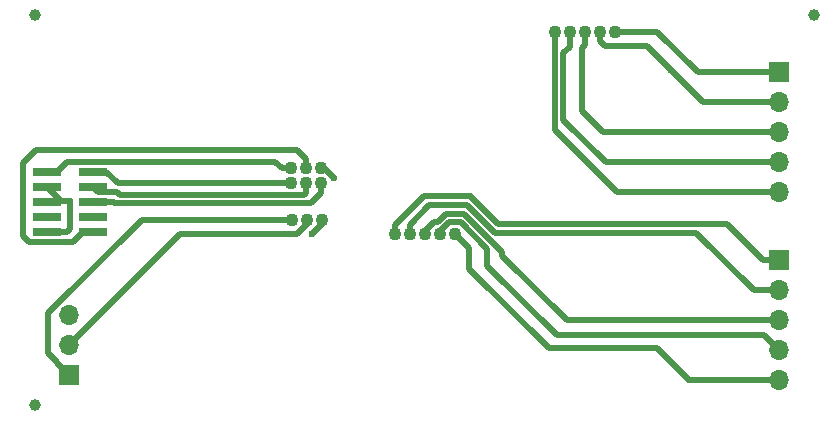
<source format=gbr>
G04 #@! TF.FileFunction,Copper,L1,Top,Signal*
%FSLAX46Y46*%
G04 Gerber Fmt 4.6, Leading zero omitted, Abs format (unit mm)*
G04 Created by KiCad (PCBNEW 4.0.7-e2-6376~61~ubuntu18.04.1) date Mon Jan 28 20:48:33 2019*
%MOMM*%
%LPD*%
G01*
G04 APERTURE LIST*
%ADD10C,0.100000*%
%ADD11C,1.000000*%
%ADD12R,2.400000X0.740000*%
%ADD13R,1.700000X1.700000*%
%ADD14O,1.700000X1.700000*%
%ADD15C,1.100000*%
%ADD16C,0.600000*%
%ADD17C,0.500000*%
G04 APERTURE END LIST*
D10*
D11*
X117000000Y-75000000D03*
X183000000Y-75000000D03*
X117000000Y-108000000D03*
D12*
X118050000Y-88260000D03*
X121950000Y-88260000D03*
X118050000Y-89530000D03*
X121950000Y-89530000D03*
X118050000Y-90800000D03*
X121950000Y-90800000D03*
X118050000Y-92070000D03*
X121950000Y-92070000D03*
X118050000Y-93340000D03*
X121950000Y-93340000D03*
D13*
X119900000Y-105440000D03*
D14*
X119900000Y-102900000D03*
X119900000Y-100360000D03*
D13*
X180000000Y-95760000D03*
D14*
X180000000Y-98300000D03*
X180000000Y-100840000D03*
X180000000Y-103380000D03*
X180000000Y-105920000D03*
D13*
X180000000Y-79820000D03*
D14*
X180000000Y-82360000D03*
X180000000Y-84900000D03*
X180000000Y-87440000D03*
X180000000Y-89980000D03*
D15*
X138730000Y-87965000D03*
X138730000Y-89235000D03*
X140000000Y-87965000D03*
X140000000Y-89235000D03*
X141270000Y-87965000D03*
X141270000Y-89235000D03*
X147490000Y-93500000D03*
X148760000Y-93500000D03*
X150030000Y-93500000D03*
X151300000Y-93500000D03*
X152570000Y-93500000D03*
X166110000Y-76400000D03*
X164840000Y-76400000D03*
X163570000Y-76400000D03*
X162300000Y-76400000D03*
X161030000Y-76400000D03*
X138760000Y-92300000D03*
X140030000Y-92300000D03*
X141300000Y-92300000D03*
D16*
X142300000Y-88814954D03*
X120000000Y-90700000D03*
X140500000Y-93500000D03*
D17*
X138730000Y-87965000D02*
X137952183Y-87965000D01*
X137952183Y-87965000D02*
X137377183Y-87390000D01*
X137377183Y-87390000D02*
X119750000Y-87390000D01*
X119750000Y-87390000D02*
X118880000Y-88260000D01*
X118880000Y-88260000D02*
X118050000Y-88260000D01*
X138730000Y-89235000D02*
X124035002Y-89235000D01*
X124035002Y-89235000D02*
X123060002Y-88260000D01*
X123060002Y-88260000D02*
X121950000Y-88260000D01*
X141450046Y-87965000D02*
X142300000Y-88814954D01*
X141270000Y-87965000D02*
X141450046Y-87965000D01*
X120000000Y-90700000D02*
X120000000Y-93090000D01*
X120000000Y-93090000D02*
X119750000Y-93340000D01*
X119750000Y-93340000D02*
X118050000Y-93340000D01*
X120000000Y-90700000D02*
X119220000Y-90700000D01*
X119220000Y-90700000D02*
X118050000Y-89530000D01*
X120000000Y-90700000D02*
X118150000Y-90700000D01*
X118150000Y-90700000D02*
X118050000Y-90800000D01*
X140000000Y-90012817D02*
X139777816Y-90235001D01*
X122355011Y-89935011D02*
X121950000Y-89530000D01*
X123945046Y-89935011D02*
X122355011Y-89935011D01*
X124245036Y-90235001D02*
X123945046Y-89935011D01*
X139777816Y-90235001D02*
X124245036Y-90235001D01*
X140000000Y-89235000D02*
X140000000Y-90012817D01*
X140000000Y-89235000D02*
X140000000Y-89691814D01*
X123650000Y-90800000D02*
X121950000Y-90800000D01*
X123785012Y-90935012D02*
X123650000Y-90800000D01*
X140347805Y-90935012D02*
X123785012Y-90935012D01*
X141270000Y-90012817D02*
X140347805Y-90935012D01*
X141270000Y-89235000D02*
X141270000Y-90012817D01*
X116000000Y-87500000D02*
X116000000Y-93670002D01*
X116000000Y-93670002D02*
X116539998Y-94210000D01*
X116539998Y-94210000D02*
X120250000Y-94210000D01*
X120250000Y-94210000D02*
X121120000Y-93340000D01*
X121120000Y-93340000D02*
X121950000Y-93340000D01*
X117100000Y-86400000D02*
X116000000Y-87500000D01*
X139212817Y-86400000D02*
X117100000Y-86400000D01*
X140000000Y-87187183D02*
X139212817Y-86400000D01*
X140000000Y-87965000D02*
X140000000Y-87187183D01*
X119900000Y-105440000D02*
X118860000Y-104400000D01*
X118860000Y-104400000D02*
X118860000Y-104360000D01*
X118860000Y-104360000D02*
X118100000Y-103600000D01*
X137982183Y-92300000D02*
X138760000Y-92300000D01*
X118100000Y-103600000D02*
X118100000Y-100235998D01*
X118100000Y-100235998D02*
X126035998Y-92300000D01*
X126035998Y-92300000D02*
X137982183Y-92300000D01*
X119900000Y-102900000D02*
X129300000Y-93500000D01*
X129300000Y-93500000D02*
X139200000Y-93500000D01*
X140030000Y-92670000D02*
X140030000Y-92300000D01*
X139200000Y-93500000D02*
X140030000Y-92670000D01*
X141300000Y-92300000D02*
X141300000Y-92700000D01*
X141300000Y-92700000D02*
X140500000Y-93500000D01*
X149912194Y-90299989D02*
X153900000Y-90299989D01*
X175589989Y-92699989D02*
X156219886Y-92699989D01*
X153900000Y-90380103D02*
X153900000Y-90299989D01*
X156219886Y-92699989D02*
X153900000Y-90380103D01*
X175589989Y-92699989D02*
X178650000Y-95760000D01*
X147490000Y-92722183D02*
X149912194Y-90299989D01*
X147490000Y-93500000D02*
X147490000Y-92722183D01*
X178650000Y-95760000D02*
X180000000Y-95760000D01*
X173000000Y-93400000D02*
X177900000Y-98300000D01*
X177900000Y-98300000D02*
X180000000Y-98300000D01*
X155929930Y-93400000D02*
X173000000Y-93400000D01*
X153629908Y-91099978D02*
X155929930Y-93400000D01*
X150382205Y-91099978D02*
X153629908Y-91099978D01*
X148760000Y-93500000D02*
X148760000Y-92722183D01*
X148760000Y-92722183D02*
X150382205Y-91099978D01*
X178797919Y-100840000D02*
X180000000Y-100840000D01*
X162040000Y-100840000D02*
X178797919Y-100840000D01*
X156600000Y-95060033D02*
X156600000Y-95400000D01*
X151800046Y-91799989D02*
X153339954Y-91799989D01*
X153339954Y-91799989D02*
X156600000Y-95060033D01*
X156600000Y-95400000D02*
X162040000Y-100840000D01*
X150030000Y-93289998D02*
X150819999Y-92499999D01*
X151100037Y-92499999D02*
X151800046Y-91799989D01*
X150819999Y-92499999D02*
X151100037Y-92499999D01*
X150030000Y-93500000D02*
X150030000Y-93289998D01*
X178720000Y-102100000D02*
X179150001Y-102530001D01*
X155300000Y-96200000D02*
X161200000Y-102100000D01*
X152089999Y-92499999D02*
X153050001Y-92499999D01*
X155300000Y-94749998D02*
X155300000Y-96200000D01*
X153050001Y-92499999D02*
X155300000Y-94749998D01*
X179150001Y-102530001D02*
X180000000Y-103380000D01*
X161200000Y-102100000D02*
X178720000Y-102100000D01*
X151300000Y-93500000D02*
X151300000Y-93289998D01*
X151300000Y-93289998D02*
X152089999Y-92499999D01*
X153770000Y-96470000D02*
X160500000Y-103200000D01*
X172320000Y-105820000D02*
X169700000Y-103200000D01*
X169700000Y-103200000D02*
X160500000Y-103200000D01*
X172320000Y-105920000D02*
X172320000Y-105820000D01*
X152570000Y-93500000D02*
X153770000Y-94700000D01*
X153770000Y-94700000D02*
X153770000Y-96470000D01*
X172320000Y-105920000D02*
X180000000Y-105920000D01*
X169700000Y-76400000D02*
X173120000Y-79820000D01*
X173120000Y-79820000D02*
X180000000Y-79820000D01*
X166110000Y-76400000D02*
X169700000Y-76400000D01*
X171000000Y-79800000D02*
X173560000Y-82360000D01*
X171000000Y-79800000D02*
X168800000Y-77600000D01*
X170800000Y-79600000D02*
X171000000Y-79800000D01*
X165262183Y-77600000D02*
X168800000Y-77600000D01*
X173560000Y-82360000D02*
X180000000Y-82360000D01*
X164840000Y-76400000D02*
X164840000Y-77177817D01*
X164840000Y-77177817D02*
X165262183Y-77600000D01*
X165100000Y-84900000D02*
X180000000Y-84900000D01*
X163300000Y-83100000D02*
X165100000Y-84900000D01*
X163300000Y-77800000D02*
X163300000Y-83100000D01*
X163570000Y-76400000D02*
X163570000Y-77530000D01*
X163570000Y-77530000D02*
X163300000Y-77800000D01*
X161750001Y-78200000D02*
X162300000Y-77650001D01*
X162300000Y-77650001D02*
X162300000Y-76400000D01*
X161750001Y-83850001D02*
X161750001Y-78200000D01*
X165340000Y-87440000D02*
X161750001Y-83850001D01*
X180000000Y-87440000D02*
X165340000Y-87440000D01*
X166280000Y-89980000D02*
X180000000Y-89980000D01*
X161030000Y-84730000D02*
X166280000Y-89980000D01*
X161030000Y-76400000D02*
X161030000Y-84670000D01*
M02*

</source>
